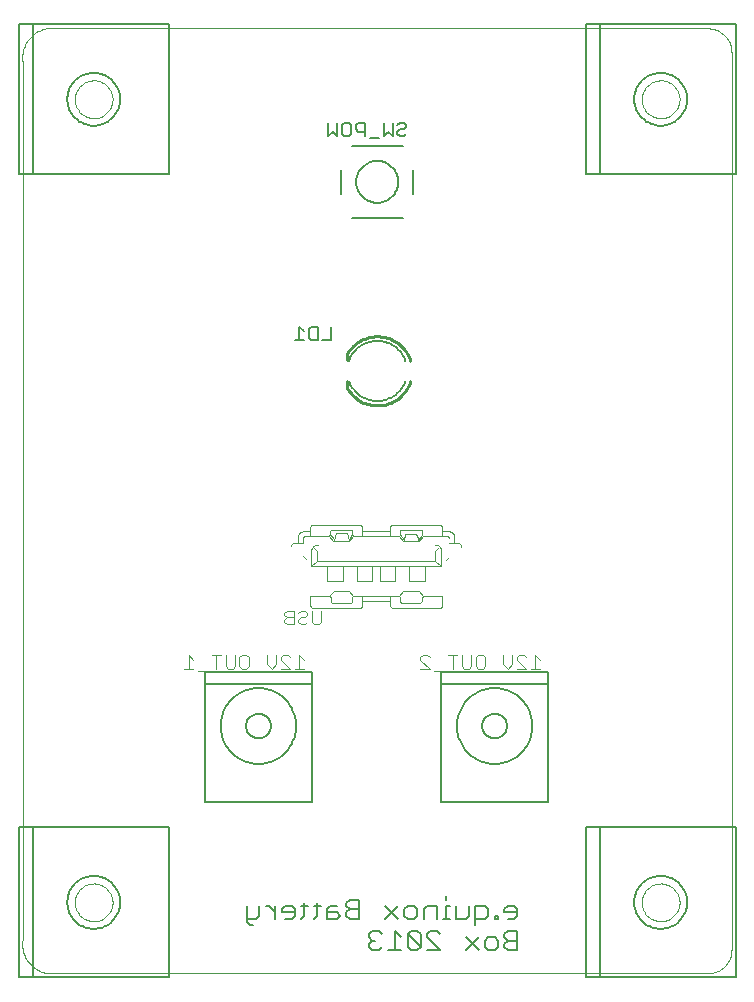
<source format=gbo>
G75*
G70*
%OFA0B0*%
%FSLAX24Y24*%
%IPPOS*%
%LPD*%
%AMOC8*
5,1,8,0,0,1.08239X$1,22.5*
%
%ADD10C,0.0060*%
%ADD11C,0.0000*%
%ADD12C,0.0040*%
%ADD13C,0.0050*%
%ADD14C,0.0100*%
%ADD15C,0.0080*%
D10*
X023176Y008555D02*
X023282Y008448D01*
X023389Y008448D01*
X023176Y008555D02*
X023176Y009089D01*
X023603Y009089D02*
X023603Y008769D01*
X023496Y008662D01*
X023176Y008662D01*
X023819Y009089D02*
X023926Y009089D01*
X024140Y008875D01*
X024140Y008662D02*
X024140Y009089D01*
X024357Y008982D02*
X024464Y009089D01*
X024678Y009089D01*
X024784Y008982D01*
X024784Y008769D01*
X024678Y008662D01*
X024464Y008662D01*
X024357Y008875D02*
X024784Y008875D01*
X025001Y008662D02*
X025107Y008769D01*
X025107Y009196D01*
X025001Y009089D02*
X025214Y009089D01*
X025430Y009089D02*
X025644Y009089D01*
X025537Y009196D02*
X025537Y008769D01*
X025430Y008662D01*
X025861Y008662D02*
X026182Y008662D01*
X026288Y008769D01*
X026182Y008875D01*
X025861Y008875D01*
X025861Y008982D02*
X025861Y008662D01*
X025861Y008982D02*
X025968Y009089D01*
X026182Y009089D01*
X026506Y009089D02*
X026613Y008982D01*
X026933Y008982D01*
X026933Y008662D02*
X026613Y008662D01*
X026506Y008769D01*
X026506Y008875D01*
X026613Y008982D01*
X026506Y009089D02*
X026506Y009196D01*
X026613Y009302D01*
X026933Y009302D01*
X026933Y008662D01*
X027365Y008252D02*
X027258Y008146D01*
X027258Y008039D01*
X027365Y007932D01*
X027258Y007825D01*
X027258Y007719D01*
X027365Y007612D01*
X027578Y007612D01*
X027685Y007719D01*
X027902Y007612D02*
X028329Y007612D01*
X028116Y007612D02*
X028116Y008252D01*
X028329Y008039D01*
X028547Y008146D02*
X028974Y007719D01*
X028867Y007612D01*
X028654Y007612D01*
X028547Y007719D01*
X028547Y008146D01*
X028654Y008252D01*
X028867Y008252D01*
X028974Y008146D01*
X028974Y007719D01*
X029191Y007612D02*
X029618Y007612D01*
X029191Y008039D01*
X029191Y008146D01*
X029298Y008252D01*
X029512Y008252D01*
X029618Y008146D01*
X029511Y008662D02*
X029511Y009089D01*
X029191Y009089D01*
X029084Y008982D01*
X029084Y008662D01*
X028866Y008769D02*
X028760Y008662D01*
X028546Y008662D01*
X028439Y008769D01*
X028439Y008982D01*
X028546Y009089D01*
X028760Y009089D01*
X028866Y008982D01*
X028866Y008769D01*
X028222Y008662D02*
X027795Y009089D01*
X028222Y009089D02*
X027795Y008662D01*
X027578Y008252D02*
X027365Y008252D01*
X027578Y008252D02*
X027685Y008146D01*
X027471Y007932D02*
X027365Y007932D01*
X029727Y008662D02*
X029941Y008662D01*
X029834Y008662D02*
X029834Y009089D01*
X029941Y009089D01*
X030158Y009089D02*
X030158Y008662D01*
X030479Y008662D01*
X030585Y008769D01*
X030585Y009089D01*
X030803Y009089D02*
X031123Y009089D01*
X031230Y008982D01*
X031230Y008769D01*
X031123Y008662D01*
X030803Y008662D01*
X030803Y008448D02*
X030803Y009089D01*
X031445Y008769D02*
X031445Y008662D01*
X031552Y008662D01*
X031552Y008769D01*
X031445Y008769D01*
X031770Y008875D02*
X032197Y008875D01*
X032197Y008769D02*
X032197Y008982D01*
X032090Y009089D01*
X031876Y009089D01*
X031770Y008982D01*
X031770Y008875D01*
X031876Y008662D02*
X032090Y008662D01*
X032197Y008769D01*
X032197Y008252D02*
X031876Y008252D01*
X031770Y008146D01*
X031770Y008039D01*
X031876Y007932D01*
X032197Y007932D01*
X032197Y007612D02*
X031876Y007612D01*
X031770Y007719D01*
X031770Y007825D01*
X031876Y007932D01*
X031552Y007932D02*
X031552Y007719D01*
X031445Y007612D01*
X031232Y007612D01*
X031125Y007719D01*
X031125Y007932D01*
X031232Y008039D01*
X031445Y008039D01*
X031552Y007932D01*
X032197Y007612D02*
X032197Y008252D01*
X030908Y008039D02*
X030481Y007612D01*
X030908Y007612D02*
X030481Y008039D01*
X029834Y009302D02*
X029834Y009409D01*
X024357Y008982D02*
X024357Y008875D01*
X026590Y026584D02*
X026613Y026526D01*
X026640Y026469D01*
X026670Y026414D01*
X026704Y026361D01*
X026741Y026310D01*
X026781Y026262D01*
X026824Y026216D01*
X026869Y026173D01*
X026918Y026133D01*
X026969Y026097D01*
X027022Y026063D01*
X027077Y026033D01*
X027133Y026006D01*
X027192Y025983D01*
X027251Y025964D01*
X027312Y025948D01*
X027374Y025936D01*
X027436Y025928D01*
X027499Y025924D01*
X027561Y025924D01*
X027624Y025928D01*
X027686Y025936D01*
X027748Y025948D01*
X027809Y025964D01*
X027868Y025983D01*
X027927Y026006D01*
X027983Y026033D01*
X028038Y026063D01*
X028091Y026097D01*
X028142Y026133D01*
X028191Y026173D01*
X028236Y026216D01*
X028279Y026262D01*
X028319Y026310D01*
X028356Y026361D01*
X028390Y026414D01*
X028420Y026469D01*
X028447Y026526D01*
X028470Y026584D01*
X028470Y027264D02*
X028447Y027322D01*
X028420Y027379D01*
X028390Y027434D01*
X028356Y027487D01*
X028319Y027538D01*
X028279Y027586D01*
X028236Y027632D01*
X028191Y027675D01*
X028142Y027715D01*
X028091Y027751D01*
X028038Y027785D01*
X027983Y027815D01*
X027927Y027842D01*
X027868Y027865D01*
X027809Y027884D01*
X027748Y027900D01*
X027686Y027912D01*
X027624Y027920D01*
X027561Y027924D01*
X027499Y027924D01*
X027436Y027920D01*
X027374Y027912D01*
X027312Y027900D01*
X027251Y027884D01*
X027192Y027865D01*
X027133Y027842D01*
X027077Y027815D01*
X027022Y027785D01*
X026969Y027751D01*
X026918Y027715D01*
X026869Y027675D01*
X026824Y027632D01*
X026781Y027586D01*
X026741Y027538D01*
X026704Y027487D01*
X026670Y027434D01*
X026640Y027379D01*
X026613Y027322D01*
X026590Y027264D01*
D11*
X017451Y035979D02*
X017453Y036029D01*
X017459Y036079D01*
X017469Y036128D01*
X017483Y036176D01*
X017500Y036223D01*
X017521Y036268D01*
X017546Y036312D01*
X017574Y036353D01*
X017606Y036392D01*
X017640Y036429D01*
X017677Y036463D01*
X017717Y036493D01*
X017759Y036520D01*
X017803Y036544D01*
X017849Y036565D01*
X017896Y036581D01*
X017944Y036594D01*
X017994Y036603D01*
X018043Y036608D01*
X018094Y036609D01*
X018144Y036606D01*
X018193Y036599D01*
X018242Y036588D01*
X018290Y036573D01*
X018336Y036555D01*
X018381Y036533D01*
X018424Y036507D01*
X018465Y036478D01*
X018504Y036446D01*
X018540Y036411D01*
X018572Y036373D01*
X018602Y036333D01*
X018629Y036290D01*
X018652Y036246D01*
X018671Y036200D01*
X018687Y036152D01*
X018699Y036103D01*
X018707Y036054D01*
X018711Y036004D01*
X018711Y035954D01*
X018707Y035904D01*
X018699Y035855D01*
X018687Y035806D01*
X018671Y035758D01*
X018652Y035712D01*
X018629Y035668D01*
X018602Y035625D01*
X018572Y035585D01*
X018540Y035547D01*
X018504Y035512D01*
X018465Y035480D01*
X018424Y035451D01*
X018381Y035425D01*
X018336Y035403D01*
X018290Y035385D01*
X018242Y035370D01*
X018193Y035359D01*
X018144Y035352D01*
X018094Y035349D01*
X018043Y035350D01*
X017994Y035355D01*
X017944Y035364D01*
X017896Y035377D01*
X017849Y035393D01*
X017803Y035414D01*
X017759Y035438D01*
X017717Y035465D01*
X017677Y035495D01*
X017640Y035529D01*
X017606Y035566D01*
X017574Y035605D01*
X017546Y035646D01*
X017521Y035690D01*
X017500Y035735D01*
X017483Y035782D01*
X017469Y035830D01*
X017459Y035879D01*
X017453Y035929D01*
X017451Y035979D01*
X015718Y037160D02*
X015708Y037220D01*
X015702Y037280D01*
X015699Y037341D01*
X015700Y037401D01*
X015704Y037462D01*
X015713Y037522D01*
X015724Y037581D01*
X015740Y037640D01*
X015759Y037698D01*
X015781Y037754D01*
X015807Y037809D01*
X015836Y037862D01*
X015868Y037914D01*
X015903Y037963D01*
X015941Y038011D01*
X015982Y038055D01*
X016025Y038098D01*
X016071Y038137D01*
X016119Y038174D01*
X016170Y038208D01*
X016222Y038238D01*
X016276Y038266D01*
X016332Y038290D01*
X016389Y038311D01*
X016447Y038328D01*
X016506Y038342D01*
X038553Y038342D01*
X038553Y038341D02*
X038607Y038339D01*
X038660Y038334D01*
X038713Y038325D01*
X038765Y038312D01*
X038817Y038296D01*
X038867Y038276D01*
X038915Y038253D01*
X038962Y038226D01*
X039007Y038197D01*
X039050Y038164D01*
X039090Y038129D01*
X039128Y038091D01*
X039163Y038051D01*
X039196Y038008D01*
X039225Y037963D01*
X039252Y037916D01*
X039275Y037868D01*
X039295Y037818D01*
X039311Y037766D01*
X039324Y037714D01*
X039333Y037661D01*
X039338Y037608D01*
X039340Y037554D01*
X039341Y037554D02*
X039341Y007633D01*
X039340Y007633D02*
X039338Y007579D01*
X039333Y007526D01*
X039324Y007473D01*
X039311Y007421D01*
X039295Y007369D01*
X039275Y007319D01*
X039252Y007271D01*
X039225Y007224D01*
X039196Y007179D01*
X039163Y007136D01*
X039128Y007096D01*
X039090Y007058D01*
X039050Y007023D01*
X039007Y006990D01*
X038962Y006961D01*
X038915Y006934D01*
X038867Y006911D01*
X038817Y006891D01*
X038765Y006875D01*
X038713Y006862D01*
X038660Y006853D01*
X038607Y006848D01*
X038553Y006846D01*
X016506Y006846D01*
X016506Y006845D02*
X016447Y006859D01*
X016389Y006876D01*
X016332Y006897D01*
X016276Y006921D01*
X016222Y006949D01*
X016170Y006979D01*
X016119Y007013D01*
X016071Y007050D01*
X016025Y007089D01*
X015982Y007132D01*
X015941Y007176D01*
X015903Y007224D01*
X015868Y007273D01*
X015836Y007325D01*
X015807Y007378D01*
X015781Y007433D01*
X015759Y007489D01*
X015740Y007547D01*
X015724Y007606D01*
X015713Y007665D01*
X015704Y007725D01*
X015700Y007786D01*
X015699Y007846D01*
X015702Y007907D01*
X015708Y007967D01*
X015718Y008027D01*
X015719Y008027D02*
X015719Y037160D01*
X036349Y035979D02*
X036351Y036029D01*
X036357Y036079D01*
X036367Y036128D01*
X036381Y036176D01*
X036398Y036223D01*
X036419Y036268D01*
X036444Y036312D01*
X036472Y036353D01*
X036504Y036392D01*
X036538Y036429D01*
X036575Y036463D01*
X036615Y036493D01*
X036657Y036520D01*
X036701Y036544D01*
X036747Y036565D01*
X036794Y036581D01*
X036842Y036594D01*
X036892Y036603D01*
X036941Y036608D01*
X036992Y036609D01*
X037042Y036606D01*
X037091Y036599D01*
X037140Y036588D01*
X037188Y036573D01*
X037234Y036555D01*
X037279Y036533D01*
X037322Y036507D01*
X037363Y036478D01*
X037402Y036446D01*
X037438Y036411D01*
X037470Y036373D01*
X037500Y036333D01*
X037527Y036290D01*
X037550Y036246D01*
X037569Y036200D01*
X037585Y036152D01*
X037597Y036103D01*
X037605Y036054D01*
X037609Y036004D01*
X037609Y035954D01*
X037605Y035904D01*
X037597Y035855D01*
X037585Y035806D01*
X037569Y035758D01*
X037550Y035712D01*
X037527Y035668D01*
X037500Y035625D01*
X037470Y035585D01*
X037438Y035547D01*
X037402Y035512D01*
X037363Y035480D01*
X037322Y035451D01*
X037279Y035425D01*
X037234Y035403D01*
X037188Y035385D01*
X037140Y035370D01*
X037091Y035359D01*
X037042Y035352D01*
X036992Y035349D01*
X036941Y035350D01*
X036892Y035355D01*
X036842Y035364D01*
X036794Y035377D01*
X036747Y035393D01*
X036701Y035414D01*
X036657Y035438D01*
X036615Y035465D01*
X036575Y035495D01*
X036538Y035529D01*
X036504Y035566D01*
X036472Y035605D01*
X036444Y035646D01*
X036419Y035690D01*
X036398Y035735D01*
X036381Y035782D01*
X036367Y035830D01*
X036357Y035879D01*
X036351Y035929D01*
X036349Y035979D01*
X036349Y009208D02*
X036351Y009258D01*
X036357Y009308D01*
X036367Y009357D01*
X036381Y009405D01*
X036398Y009452D01*
X036419Y009497D01*
X036444Y009541D01*
X036472Y009582D01*
X036504Y009621D01*
X036538Y009658D01*
X036575Y009692D01*
X036615Y009722D01*
X036657Y009749D01*
X036701Y009773D01*
X036747Y009794D01*
X036794Y009810D01*
X036842Y009823D01*
X036892Y009832D01*
X036941Y009837D01*
X036992Y009838D01*
X037042Y009835D01*
X037091Y009828D01*
X037140Y009817D01*
X037188Y009802D01*
X037234Y009784D01*
X037279Y009762D01*
X037322Y009736D01*
X037363Y009707D01*
X037402Y009675D01*
X037438Y009640D01*
X037470Y009602D01*
X037500Y009562D01*
X037527Y009519D01*
X037550Y009475D01*
X037569Y009429D01*
X037585Y009381D01*
X037597Y009332D01*
X037605Y009283D01*
X037609Y009233D01*
X037609Y009183D01*
X037605Y009133D01*
X037597Y009084D01*
X037585Y009035D01*
X037569Y008987D01*
X037550Y008941D01*
X037527Y008897D01*
X037500Y008854D01*
X037470Y008814D01*
X037438Y008776D01*
X037402Y008741D01*
X037363Y008709D01*
X037322Y008680D01*
X037279Y008654D01*
X037234Y008632D01*
X037188Y008614D01*
X037140Y008599D01*
X037091Y008588D01*
X037042Y008581D01*
X036992Y008578D01*
X036941Y008579D01*
X036892Y008584D01*
X036842Y008593D01*
X036794Y008606D01*
X036747Y008622D01*
X036701Y008643D01*
X036657Y008667D01*
X036615Y008694D01*
X036575Y008724D01*
X036538Y008758D01*
X036504Y008795D01*
X036472Y008834D01*
X036444Y008875D01*
X036419Y008919D01*
X036398Y008964D01*
X036381Y009011D01*
X036367Y009059D01*
X036357Y009108D01*
X036351Y009158D01*
X036349Y009208D01*
X017451Y009208D02*
X017453Y009258D01*
X017459Y009308D01*
X017469Y009357D01*
X017483Y009405D01*
X017500Y009452D01*
X017521Y009497D01*
X017546Y009541D01*
X017574Y009582D01*
X017606Y009621D01*
X017640Y009658D01*
X017677Y009692D01*
X017717Y009722D01*
X017759Y009749D01*
X017803Y009773D01*
X017849Y009794D01*
X017896Y009810D01*
X017944Y009823D01*
X017994Y009832D01*
X018043Y009837D01*
X018094Y009838D01*
X018144Y009835D01*
X018193Y009828D01*
X018242Y009817D01*
X018290Y009802D01*
X018336Y009784D01*
X018381Y009762D01*
X018424Y009736D01*
X018465Y009707D01*
X018504Y009675D01*
X018540Y009640D01*
X018572Y009602D01*
X018602Y009562D01*
X018629Y009519D01*
X018652Y009475D01*
X018671Y009429D01*
X018687Y009381D01*
X018699Y009332D01*
X018707Y009283D01*
X018711Y009233D01*
X018711Y009183D01*
X018707Y009133D01*
X018699Y009084D01*
X018687Y009035D01*
X018671Y008987D01*
X018652Y008941D01*
X018629Y008897D01*
X018602Y008854D01*
X018572Y008814D01*
X018540Y008776D01*
X018504Y008741D01*
X018465Y008709D01*
X018424Y008680D01*
X018381Y008654D01*
X018336Y008632D01*
X018290Y008614D01*
X018242Y008599D01*
X018193Y008588D01*
X018144Y008581D01*
X018094Y008578D01*
X018043Y008579D01*
X017994Y008584D01*
X017944Y008593D01*
X017896Y008606D01*
X017849Y008622D01*
X017803Y008643D01*
X017759Y008667D01*
X017717Y008694D01*
X017677Y008724D01*
X017640Y008758D01*
X017606Y008795D01*
X017574Y008834D01*
X017546Y008875D01*
X017521Y008919D01*
X017500Y008964D01*
X017483Y009011D01*
X017469Y009059D01*
X017459Y009108D01*
X017453Y009158D01*
X017451Y009208D01*
D12*
X021096Y016995D02*
X021403Y016995D01*
X021250Y016995D02*
X021250Y017456D01*
X021403Y017302D01*
X021557Y016919D02*
X021864Y016919D01*
X022171Y016995D02*
X022171Y017456D01*
X022324Y017456D02*
X022017Y017456D01*
X022478Y017456D02*
X022478Y017072D01*
X022554Y016995D01*
X022708Y016995D01*
X022785Y017072D01*
X022785Y017456D01*
X022938Y017379D02*
X023015Y017456D01*
X023168Y017456D01*
X023245Y017379D01*
X023245Y017072D01*
X023168Y016995D01*
X023015Y016995D01*
X022938Y017072D01*
X022938Y017379D01*
X023398Y016919D02*
X023705Y016919D01*
X023859Y017149D02*
X023859Y017456D01*
X024166Y017456D02*
X024166Y017149D01*
X024012Y016995D01*
X023859Y017149D01*
X024319Y017302D02*
X024319Y017379D01*
X024396Y017456D01*
X024549Y017456D01*
X024626Y017379D01*
X024319Y017302D02*
X024626Y016995D01*
X024319Y016995D01*
X024780Y016995D02*
X025087Y016995D01*
X024933Y016995D02*
X024933Y017456D01*
X025087Y017302D01*
X025130Y018476D02*
X025206Y018553D01*
X025130Y018476D02*
X024976Y018476D01*
X024899Y018553D01*
X024899Y018629D01*
X024976Y018706D01*
X025130Y018706D01*
X025206Y018783D01*
X025206Y018860D01*
X025130Y018936D01*
X024976Y018936D01*
X024899Y018860D01*
X024746Y018936D02*
X024516Y018936D01*
X024439Y018860D01*
X024439Y018783D01*
X024516Y018706D01*
X024746Y018706D01*
X024746Y018476D02*
X024746Y018936D01*
X024516Y018706D02*
X024439Y018629D01*
X024439Y018553D01*
X024516Y018476D01*
X024746Y018476D01*
X025360Y018553D02*
X025360Y018936D01*
X025374Y019029D02*
X026959Y019029D01*
X026974Y019031D01*
X026988Y019036D01*
X027001Y019044D01*
X027011Y019054D01*
X027019Y019067D01*
X027024Y019081D01*
X027026Y019096D01*
X027027Y019096D02*
X027027Y019417D01*
X027963Y019417D01*
X028258Y019417D01*
X028291Y019383D01*
X028291Y019256D01*
X028292Y019243D01*
X028297Y019230D01*
X028304Y019219D01*
X028313Y019210D01*
X028324Y019203D01*
X028337Y019198D01*
X028350Y019197D01*
X028958Y019197D01*
X028971Y019199D01*
X028984Y019204D01*
X028994Y019212D01*
X029002Y019223D01*
X029007Y019235D01*
X029009Y019248D01*
X029008Y019248D02*
X029008Y019366D01*
X029042Y019408D01*
X029683Y019408D01*
X029683Y019096D01*
X029682Y019096D02*
X029680Y019081D01*
X029675Y019067D01*
X029667Y019054D01*
X029657Y019044D01*
X029644Y019036D01*
X029630Y019031D01*
X029615Y019029D01*
X028039Y019029D01*
X028024Y019030D01*
X028010Y019035D01*
X027997Y019042D01*
X027985Y019051D01*
X027976Y019063D01*
X027969Y019076D01*
X027964Y019090D01*
X027963Y019105D01*
X027963Y019256D01*
X027963Y019417D01*
X027963Y019256D02*
X027035Y019256D01*
X027027Y019417D02*
X026732Y019417D01*
X026698Y019383D01*
X026698Y019256D01*
X026697Y019243D01*
X026692Y019230D01*
X026685Y019219D01*
X026676Y019210D01*
X026665Y019203D01*
X026652Y019198D01*
X026639Y019197D01*
X026032Y019197D01*
X026019Y019199D01*
X026007Y019204D01*
X025996Y019212D01*
X025988Y019223D01*
X025983Y019235D01*
X025981Y019248D01*
X025981Y019366D01*
X025947Y019408D01*
X025306Y019408D01*
X025306Y019417D02*
X025306Y019096D01*
X025307Y019096D02*
X025309Y019081D01*
X025314Y019067D01*
X025322Y019054D01*
X025332Y019044D01*
X025345Y019036D01*
X025359Y019031D01*
X025374Y019029D01*
X025667Y018936D02*
X025667Y018553D01*
X025590Y018476D01*
X025437Y018476D01*
X025360Y018553D01*
X025939Y019417D02*
X026074Y019585D01*
X026588Y019585D01*
X026732Y019417D01*
X026841Y019906D02*
X027355Y019906D01*
X027355Y020395D01*
X027625Y020403D02*
X027625Y019906D01*
X028140Y019906D01*
X028140Y020412D01*
X028603Y020412D02*
X028603Y019906D01*
X029118Y019906D01*
X029118Y020412D01*
X029464Y020572D02*
X029464Y020934D01*
X029598Y021052D01*
X029658Y020926D02*
X029658Y020420D01*
X029649Y020420D01*
X029464Y020572D01*
X025526Y020572D01*
X025517Y020934D01*
X025391Y021044D01*
X025315Y020884D02*
X025315Y020420D01*
X025526Y020572D01*
X025315Y020420D02*
X029649Y020420D01*
X029818Y020622D02*
X029919Y020732D01*
X029936Y021179D02*
X030222Y021179D01*
X030241Y021177D01*
X030260Y021172D01*
X030277Y021164D01*
X030293Y021153D01*
X030306Y021140D01*
X030317Y021124D01*
X030325Y021107D01*
X030330Y021088D01*
X030332Y021069D01*
X030096Y021187D02*
X030096Y021398D01*
X030094Y021423D01*
X030089Y021448D01*
X030080Y021472D01*
X030068Y021494D01*
X030053Y021514D01*
X030035Y021532D01*
X030015Y021547D01*
X029993Y021559D01*
X029969Y021568D01*
X029944Y021573D01*
X029919Y021575D01*
X029683Y021575D01*
X029683Y021719D01*
X029682Y021719D02*
X029680Y021735D01*
X029676Y021751D01*
X029668Y021766D01*
X029657Y021778D01*
X029645Y021789D01*
X029630Y021797D01*
X029614Y021801D01*
X029598Y021803D01*
X028039Y021803D01*
X028024Y021802D01*
X028010Y021797D01*
X027997Y021790D01*
X027985Y021781D01*
X027976Y021769D01*
X027969Y021756D01*
X027964Y021742D01*
X027963Y021727D01*
X027963Y021575D01*
X027035Y021575D01*
X027027Y021702D02*
X027027Y021415D01*
X028258Y021415D01*
X028291Y021449D01*
X028291Y021626D01*
X029008Y021626D01*
X029008Y021466D01*
X028907Y021280D01*
X028915Y021272D02*
X028831Y021499D01*
X028460Y021499D01*
X028410Y021272D01*
X028300Y021474D01*
X028258Y021415D02*
X028393Y021255D01*
X028924Y021255D01*
X029059Y021415D01*
X029683Y021415D01*
X029683Y021575D01*
X029683Y021415D02*
X029860Y021415D01*
X029875Y021413D01*
X029889Y021408D01*
X029902Y021400D01*
X029912Y021390D01*
X029920Y021377D01*
X029925Y021363D01*
X029927Y021348D01*
X029658Y020926D02*
X029656Y020954D01*
X029651Y020981D01*
X029642Y021007D01*
X029630Y021032D01*
X029614Y021054D01*
X029596Y021075D01*
X029575Y021093D01*
X029553Y021109D01*
X029528Y021121D01*
X029502Y021130D01*
X029475Y021135D01*
X029447Y021137D01*
X029059Y021415D02*
X029008Y021466D01*
X027963Y021415D02*
X027963Y021575D01*
X027027Y021415D02*
X026723Y021415D01*
X026681Y021474D01*
X026580Y021297D01*
X026512Y021516D01*
X026150Y021516D01*
X026074Y021272D01*
X026065Y021263D02*
X026588Y021263D01*
X026723Y021415D01*
X026681Y021474D02*
X026681Y021617D01*
X026680Y021624D01*
X026676Y021629D01*
X026671Y021633D01*
X026664Y021634D01*
X026023Y021634D01*
X026010Y021633D01*
X025997Y021628D01*
X025986Y021621D01*
X025977Y021612D01*
X025970Y021601D01*
X025965Y021588D01*
X025964Y021575D01*
X025964Y021474D01*
X025930Y021415D01*
X025930Y021415D01*
X025129Y021415D01*
X025070Y021576D02*
X025044Y021574D01*
X025018Y021568D01*
X024993Y021559D01*
X024969Y021546D01*
X024948Y021531D01*
X024929Y021512D01*
X024914Y021491D01*
X024901Y021467D01*
X024892Y021442D01*
X024886Y021416D01*
X024884Y021390D01*
X024885Y021390D02*
X024885Y021187D01*
X024750Y021179D02*
X025045Y021179D01*
X025045Y021331D01*
X025047Y021347D01*
X025051Y021363D01*
X025059Y021378D01*
X025070Y021390D01*
X025082Y021401D01*
X025097Y021409D01*
X025113Y021413D01*
X025129Y021415D01*
X025070Y021575D02*
X025306Y021575D01*
X025306Y021415D01*
X025306Y021575D02*
X025306Y021735D01*
X025307Y021735D02*
X025309Y021750D01*
X025314Y021764D01*
X025322Y021777D01*
X025332Y021787D01*
X025345Y021795D01*
X025359Y021800D01*
X025374Y021802D01*
X025374Y021803D02*
X026925Y021803D01*
X026943Y021801D01*
X026960Y021797D01*
X026976Y021789D01*
X026990Y021779D01*
X027002Y021767D01*
X027012Y021753D01*
X027020Y021737D01*
X027024Y021720D01*
X027026Y021702D01*
X026074Y021314D02*
X025973Y021491D01*
X025930Y021407D02*
X026065Y021263D01*
X025568Y021137D02*
X025538Y021135D01*
X025507Y021130D01*
X025478Y021121D01*
X025450Y021108D01*
X025424Y021092D01*
X025400Y021073D01*
X025379Y021052D01*
X025360Y021028D01*
X025344Y021002D01*
X025331Y020974D01*
X025322Y020945D01*
X025317Y020914D01*
X025315Y020884D01*
X025163Y020639D02*
X025053Y020740D01*
X024666Y021095D02*
X024668Y021111D01*
X024672Y021127D01*
X024680Y021142D01*
X024691Y021154D01*
X024703Y021165D01*
X024718Y021173D01*
X024734Y021177D01*
X024750Y021179D01*
X025863Y020403D02*
X025863Y019906D01*
X026386Y019906D01*
X026386Y020403D01*
X026833Y020412D02*
X026841Y020412D01*
X026841Y019906D01*
X028258Y019417D02*
X028401Y019585D01*
X028915Y019585D01*
X029050Y019417D01*
X029047Y017456D02*
X029201Y017456D01*
X029277Y017379D01*
X029047Y017456D02*
X028971Y017379D01*
X028971Y017302D01*
X029277Y016995D01*
X028971Y016995D01*
X029431Y016919D02*
X029738Y016919D01*
X030045Y016995D02*
X030045Y017456D01*
X030198Y017456D02*
X029891Y017456D01*
X030352Y017456D02*
X030352Y017072D01*
X030428Y016995D01*
X030582Y016995D01*
X030659Y017072D01*
X030659Y017456D01*
X030812Y017379D02*
X030889Y017456D01*
X031042Y017456D01*
X031119Y017379D01*
X031119Y017072D01*
X031042Y016995D01*
X030889Y016995D01*
X030812Y017072D01*
X030812Y017379D01*
X031272Y016919D02*
X031579Y016919D01*
X031733Y017149D02*
X031733Y017456D01*
X032040Y017456D02*
X032040Y017149D01*
X031886Y016995D01*
X031733Y017149D01*
X032193Y017302D02*
X032193Y017379D01*
X032270Y017456D01*
X032423Y017456D01*
X032500Y017379D01*
X032193Y017302D02*
X032500Y016995D01*
X032193Y016995D01*
X032654Y016995D02*
X032961Y016995D01*
X032807Y016995D02*
X032807Y017456D01*
X032961Y017302D01*
D13*
X015581Y011708D02*
X015581Y006708D01*
X020581Y006708D01*
X020581Y011708D01*
X015581Y011708D01*
X016073Y011688D02*
X016073Y006727D01*
X017201Y009208D02*
X017203Y009267D01*
X017209Y009325D01*
X017219Y009383D01*
X017232Y009440D01*
X017250Y009497D01*
X017271Y009552D01*
X017296Y009605D01*
X017324Y009656D01*
X017355Y009706D01*
X017390Y009753D01*
X017428Y009798D01*
X017469Y009841D01*
X017513Y009880D01*
X017559Y009916D01*
X017607Y009950D01*
X017658Y009980D01*
X017711Y010006D01*
X017765Y010029D01*
X017820Y010048D01*
X017877Y010064D01*
X017935Y010076D01*
X017993Y010084D01*
X018052Y010088D01*
X018110Y010088D01*
X018169Y010084D01*
X018227Y010076D01*
X018285Y010064D01*
X018342Y010048D01*
X018397Y010029D01*
X018451Y010006D01*
X018504Y009980D01*
X018555Y009950D01*
X018603Y009916D01*
X018649Y009880D01*
X018693Y009841D01*
X018734Y009798D01*
X018772Y009753D01*
X018807Y009706D01*
X018838Y009656D01*
X018866Y009605D01*
X018891Y009552D01*
X018912Y009497D01*
X018930Y009440D01*
X018943Y009383D01*
X018953Y009325D01*
X018959Y009267D01*
X018961Y009208D01*
X018959Y009149D01*
X018953Y009091D01*
X018943Y009033D01*
X018930Y008976D01*
X018912Y008919D01*
X018891Y008864D01*
X018866Y008811D01*
X018838Y008760D01*
X018807Y008710D01*
X018772Y008663D01*
X018734Y008618D01*
X018693Y008575D01*
X018649Y008536D01*
X018603Y008500D01*
X018555Y008466D01*
X018504Y008436D01*
X018451Y008410D01*
X018397Y008387D01*
X018342Y008368D01*
X018285Y008352D01*
X018227Y008340D01*
X018169Y008332D01*
X018110Y008328D01*
X018052Y008328D01*
X017993Y008332D01*
X017935Y008340D01*
X017877Y008352D01*
X017820Y008368D01*
X017765Y008387D01*
X017711Y008410D01*
X017658Y008436D01*
X017607Y008466D01*
X017559Y008500D01*
X017513Y008536D01*
X017469Y008575D01*
X017428Y008618D01*
X017390Y008663D01*
X017355Y008710D01*
X017324Y008760D01*
X017296Y008811D01*
X017271Y008864D01*
X017250Y008919D01*
X017232Y008976D01*
X017219Y009033D01*
X017209Y009091D01*
X017203Y009149D01*
X017201Y009208D01*
X021799Y012566D02*
X021799Y016897D01*
X025343Y016897D01*
X025343Y012566D01*
X021799Y012566D01*
X023158Y015086D02*
X023160Y015126D01*
X023166Y015167D01*
X023176Y015206D01*
X023189Y015244D01*
X023207Y015281D01*
X023228Y015315D01*
X023252Y015348D01*
X023279Y015378D01*
X023309Y015405D01*
X023342Y015429D01*
X023376Y015450D01*
X023413Y015468D01*
X023451Y015481D01*
X023490Y015491D01*
X023531Y015497D01*
X023571Y015499D01*
X023611Y015497D01*
X023652Y015491D01*
X023691Y015481D01*
X023729Y015468D01*
X023766Y015450D01*
X023800Y015429D01*
X023833Y015405D01*
X023863Y015378D01*
X023890Y015348D01*
X023914Y015315D01*
X023935Y015281D01*
X023953Y015244D01*
X023966Y015206D01*
X023976Y015167D01*
X023982Y015126D01*
X023984Y015086D01*
X023982Y015046D01*
X023976Y015005D01*
X023966Y014966D01*
X023953Y014928D01*
X023935Y014891D01*
X023914Y014857D01*
X023890Y014824D01*
X023863Y014794D01*
X023833Y014767D01*
X023800Y014743D01*
X023766Y014722D01*
X023729Y014704D01*
X023691Y014691D01*
X023652Y014681D01*
X023611Y014675D01*
X023571Y014673D01*
X023531Y014675D01*
X023490Y014681D01*
X023451Y014691D01*
X023413Y014704D01*
X023376Y014722D01*
X023342Y014743D01*
X023309Y014767D01*
X023279Y014794D01*
X023252Y014824D01*
X023228Y014857D01*
X023207Y014891D01*
X023189Y014928D01*
X023176Y014966D01*
X023166Y015005D01*
X023160Y015046D01*
X023158Y015086D01*
X022311Y015086D02*
X022313Y015157D01*
X022319Y015227D01*
X022329Y015297D01*
X022343Y015366D01*
X022360Y015435D01*
X022382Y015502D01*
X022407Y015568D01*
X022436Y015633D01*
X022468Y015695D01*
X022504Y015756D01*
X022543Y015815D01*
X022586Y015872D01*
X022631Y015926D01*
X022680Y015977D01*
X022731Y016026D01*
X022785Y016071D01*
X022842Y016114D01*
X022901Y016153D01*
X022962Y016189D01*
X023024Y016221D01*
X023089Y016250D01*
X023155Y016275D01*
X023222Y016297D01*
X023291Y016314D01*
X023360Y016328D01*
X023430Y016338D01*
X023500Y016344D01*
X023571Y016346D01*
X023642Y016344D01*
X023712Y016338D01*
X023782Y016328D01*
X023851Y016314D01*
X023920Y016297D01*
X023987Y016275D01*
X024053Y016250D01*
X024118Y016221D01*
X024180Y016189D01*
X024241Y016153D01*
X024300Y016114D01*
X024357Y016071D01*
X024411Y016026D01*
X024462Y015977D01*
X024511Y015926D01*
X024556Y015872D01*
X024599Y015815D01*
X024638Y015756D01*
X024674Y015695D01*
X024706Y015633D01*
X024735Y015568D01*
X024760Y015502D01*
X024782Y015435D01*
X024799Y015366D01*
X024813Y015297D01*
X024823Y015227D01*
X024829Y015157D01*
X024831Y015086D01*
X024829Y015015D01*
X024823Y014945D01*
X024813Y014875D01*
X024799Y014806D01*
X024782Y014737D01*
X024760Y014670D01*
X024735Y014604D01*
X024706Y014539D01*
X024674Y014477D01*
X024638Y014416D01*
X024599Y014357D01*
X024556Y014300D01*
X024511Y014246D01*
X024462Y014195D01*
X024411Y014146D01*
X024357Y014101D01*
X024300Y014058D01*
X024241Y014019D01*
X024180Y013983D01*
X024118Y013951D01*
X024053Y013922D01*
X023987Y013897D01*
X023920Y013875D01*
X023851Y013858D01*
X023782Y013844D01*
X023712Y013834D01*
X023642Y013828D01*
X023571Y013826D01*
X023500Y013828D01*
X023430Y013834D01*
X023360Y013844D01*
X023291Y013858D01*
X023222Y013875D01*
X023155Y013897D01*
X023089Y013922D01*
X023024Y013951D01*
X022962Y013983D01*
X022901Y014019D01*
X022842Y014058D01*
X022785Y014101D01*
X022731Y014146D01*
X022680Y014195D01*
X022631Y014246D01*
X022586Y014300D01*
X022543Y014357D01*
X022504Y014416D01*
X022468Y014477D01*
X022436Y014539D01*
X022407Y014604D01*
X022382Y014670D01*
X022360Y014737D01*
X022343Y014806D01*
X022329Y014875D01*
X022319Y014945D01*
X022313Y015015D01*
X022311Y015086D01*
X021799Y016503D02*
X025343Y016503D01*
X029673Y016503D02*
X033217Y016503D01*
X033217Y016897D02*
X029673Y016897D01*
X029673Y012566D01*
X033217Y012566D01*
X033217Y016897D01*
X031032Y015086D02*
X031034Y015126D01*
X031040Y015167D01*
X031050Y015206D01*
X031063Y015244D01*
X031081Y015281D01*
X031102Y015315D01*
X031126Y015348D01*
X031153Y015378D01*
X031183Y015405D01*
X031216Y015429D01*
X031250Y015450D01*
X031287Y015468D01*
X031325Y015481D01*
X031364Y015491D01*
X031405Y015497D01*
X031445Y015499D01*
X031485Y015497D01*
X031526Y015491D01*
X031565Y015481D01*
X031603Y015468D01*
X031640Y015450D01*
X031674Y015429D01*
X031707Y015405D01*
X031737Y015378D01*
X031764Y015348D01*
X031788Y015315D01*
X031809Y015281D01*
X031827Y015244D01*
X031840Y015206D01*
X031850Y015167D01*
X031856Y015126D01*
X031858Y015086D01*
X031856Y015046D01*
X031850Y015005D01*
X031840Y014966D01*
X031827Y014928D01*
X031809Y014891D01*
X031788Y014857D01*
X031764Y014824D01*
X031737Y014794D01*
X031707Y014767D01*
X031674Y014743D01*
X031640Y014722D01*
X031603Y014704D01*
X031565Y014691D01*
X031526Y014681D01*
X031485Y014675D01*
X031445Y014673D01*
X031405Y014675D01*
X031364Y014681D01*
X031325Y014691D01*
X031287Y014704D01*
X031250Y014722D01*
X031216Y014743D01*
X031183Y014767D01*
X031153Y014794D01*
X031126Y014824D01*
X031102Y014857D01*
X031081Y014891D01*
X031063Y014928D01*
X031050Y014966D01*
X031040Y015005D01*
X031034Y015046D01*
X031032Y015086D01*
X030185Y015086D02*
X030187Y015157D01*
X030193Y015227D01*
X030203Y015297D01*
X030217Y015366D01*
X030234Y015435D01*
X030256Y015502D01*
X030281Y015568D01*
X030310Y015633D01*
X030342Y015695D01*
X030378Y015756D01*
X030417Y015815D01*
X030460Y015872D01*
X030505Y015926D01*
X030554Y015977D01*
X030605Y016026D01*
X030659Y016071D01*
X030716Y016114D01*
X030775Y016153D01*
X030836Y016189D01*
X030898Y016221D01*
X030963Y016250D01*
X031029Y016275D01*
X031096Y016297D01*
X031165Y016314D01*
X031234Y016328D01*
X031304Y016338D01*
X031374Y016344D01*
X031445Y016346D01*
X031516Y016344D01*
X031586Y016338D01*
X031656Y016328D01*
X031725Y016314D01*
X031794Y016297D01*
X031861Y016275D01*
X031927Y016250D01*
X031992Y016221D01*
X032054Y016189D01*
X032115Y016153D01*
X032174Y016114D01*
X032231Y016071D01*
X032285Y016026D01*
X032336Y015977D01*
X032385Y015926D01*
X032430Y015872D01*
X032473Y015815D01*
X032512Y015756D01*
X032548Y015695D01*
X032580Y015633D01*
X032609Y015568D01*
X032634Y015502D01*
X032656Y015435D01*
X032673Y015366D01*
X032687Y015297D01*
X032697Y015227D01*
X032703Y015157D01*
X032705Y015086D01*
X032703Y015015D01*
X032697Y014945D01*
X032687Y014875D01*
X032673Y014806D01*
X032656Y014737D01*
X032634Y014670D01*
X032609Y014604D01*
X032580Y014539D01*
X032548Y014477D01*
X032512Y014416D01*
X032473Y014357D01*
X032430Y014300D01*
X032385Y014246D01*
X032336Y014195D01*
X032285Y014146D01*
X032231Y014101D01*
X032174Y014058D01*
X032115Y014019D01*
X032054Y013983D01*
X031992Y013951D01*
X031927Y013922D01*
X031861Y013897D01*
X031794Y013875D01*
X031725Y013858D01*
X031656Y013844D01*
X031586Y013834D01*
X031516Y013828D01*
X031445Y013826D01*
X031374Y013828D01*
X031304Y013834D01*
X031234Y013844D01*
X031165Y013858D01*
X031096Y013875D01*
X031029Y013897D01*
X030963Y013922D01*
X030898Y013951D01*
X030836Y013983D01*
X030775Y014019D01*
X030716Y014058D01*
X030659Y014101D01*
X030605Y014146D01*
X030554Y014195D01*
X030505Y014246D01*
X030460Y014300D01*
X030417Y014357D01*
X030378Y014416D01*
X030342Y014477D01*
X030310Y014539D01*
X030281Y014604D01*
X030256Y014670D01*
X030234Y014737D01*
X030217Y014806D01*
X030203Y014875D01*
X030193Y014945D01*
X030187Y015015D01*
X030185Y015086D01*
X034479Y011708D02*
X039479Y011708D01*
X039479Y006708D01*
X034479Y006708D01*
X034479Y011708D01*
X034971Y011688D02*
X034971Y006727D01*
X036099Y009208D02*
X036101Y009267D01*
X036107Y009325D01*
X036117Y009383D01*
X036130Y009440D01*
X036148Y009497D01*
X036169Y009552D01*
X036194Y009605D01*
X036222Y009656D01*
X036253Y009706D01*
X036288Y009753D01*
X036326Y009798D01*
X036367Y009841D01*
X036411Y009880D01*
X036457Y009916D01*
X036505Y009950D01*
X036556Y009980D01*
X036609Y010006D01*
X036663Y010029D01*
X036718Y010048D01*
X036775Y010064D01*
X036833Y010076D01*
X036891Y010084D01*
X036950Y010088D01*
X037008Y010088D01*
X037067Y010084D01*
X037125Y010076D01*
X037183Y010064D01*
X037240Y010048D01*
X037295Y010029D01*
X037349Y010006D01*
X037402Y009980D01*
X037453Y009950D01*
X037501Y009916D01*
X037547Y009880D01*
X037591Y009841D01*
X037632Y009798D01*
X037670Y009753D01*
X037705Y009706D01*
X037736Y009656D01*
X037764Y009605D01*
X037789Y009552D01*
X037810Y009497D01*
X037828Y009440D01*
X037841Y009383D01*
X037851Y009325D01*
X037857Y009267D01*
X037859Y009208D01*
X037857Y009149D01*
X037851Y009091D01*
X037841Y009033D01*
X037828Y008976D01*
X037810Y008919D01*
X037789Y008864D01*
X037764Y008811D01*
X037736Y008760D01*
X037705Y008710D01*
X037670Y008663D01*
X037632Y008618D01*
X037591Y008575D01*
X037547Y008536D01*
X037501Y008500D01*
X037453Y008466D01*
X037402Y008436D01*
X037349Y008410D01*
X037295Y008387D01*
X037240Y008368D01*
X037183Y008352D01*
X037125Y008340D01*
X037067Y008332D01*
X037008Y008328D01*
X036950Y008328D01*
X036891Y008332D01*
X036833Y008340D01*
X036775Y008352D01*
X036718Y008368D01*
X036663Y008387D01*
X036609Y008410D01*
X036556Y008436D01*
X036505Y008466D01*
X036457Y008500D01*
X036411Y008536D01*
X036367Y008575D01*
X036326Y008618D01*
X036288Y008663D01*
X036253Y008710D01*
X036222Y008760D01*
X036194Y008811D01*
X036169Y008864D01*
X036148Y008919D01*
X036130Y008976D01*
X036117Y009033D01*
X036107Y009091D01*
X036101Y009149D01*
X036099Y009208D01*
X026005Y027949D02*
X025705Y027949D01*
X025544Y027949D02*
X025319Y027949D01*
X025244Y028024D01*
X025244Y028325D01*
X025319Y028400D01*
X025544Y028400D01*
X025544Y027949D01*
X025084Y027949D02*
X024784Y027949D01*
X024934Y027949D02*
X024934Y028400D01*
X025084Y028250D01*
X026005Y028400D02*
X026005Y027949D01*
X020581Y033479D02*
X015581Y033479D01*
X015581Y038479D01*
X020581Y038479D01*
X020581Y033479D01*
X017201Y035979D02*
X017203Y036038D01*
X017209Y036096D01*
X017219Y036154D01*
X017232Y036211D01*
X017250Y036268D01*
X017271Y036323D01*
X017296Y036376D01*
X017324Y036427D01*
X017355Y036477D01*
X017390Y036524D01*
X017428Y036569D01*
X017469Y036612D01*
X017513Y036651D01*
X017559Y036687D01*
X017607Y036721D01*
X017658Y036751D01*
X017711Y036777D01*
X017765Y036800D01*
X017820Y036819D01*
X017877Y036835D01*
X017935Y036847D01*
X017993Y036855D01*
X018052Y036859D01*
X018110Y036859D01*
X018169Y036855D01*
X018227Y036847D01*
X018285Y036835D01*
X018342Y036819D01*
X018397Y036800D01*
X018451Y036777D01*
X018504Y036751D01*
X018555Y036721D01*
X018603Y036687D01*
X018649Y036651D01*
X018693Y036612D01*
X018734Y036569D01*
X018772Y036524D01*
X018807Y036477D01*
X018838Y036427D01*
X018866Y036376D01*
X018891Y036323D01*
X018912Y036268D01*
X018930Y036211D01*
X018943Y036154D01*
X018953Y036096D01*
X018959Y036038D01*
X018961Y035979D01*
X018959Y035920D01*
X018953Y035862D01*
X018943Y035804D01*
X018930Y035747D01*
X018912Y035690D01*
X018891Y035635D01*
X018866Y035582D01*
X018838Y035531D01*
X018807Y035481D01*
X018772Y035434D01*
X018734Y035389D01*
X018693Y035346D01*
X018649Y035307D01*
X018603Y035271D01*
X018555Y035237D01*
X018504Y035207D01*
X018451Y035181D01*
X018397Y035158D01*
X018342Y035139D01*
X018285Y035123D01*
X018227Y035111D01*
X018169Y035103D01*
X018110Y035099D01*
X018052Y035099D01*
X017993Y035103D01*
X017935Y035111D01*
X017877Y035123D01*
X017820Y035139D01*
X017765Y035158D01*
X017711Y035181D01*
X017658Y035207D01*
X017607Y035237D01*
X017559Y035271D01*
X017513Y035307D01*
X017469Y035346D01*
X017428Y035389D01*
X017390Y035434D01*
X017355Y035481D01*
X017324Y035531D01*
X017296Y035582D01*
X017271Y035635D01*
X017250Y035690D01*
X017232Y035747D01*
X017219Y035804D01*
X017209Y035862D01*
X017203Y035920D01*
X017201Y035979D01*
X016073Y033499D02*
X016073Y038460D01*
X025903Y035199D02*
X025903Y034748D01*
X026053Y034899D01*
X026203Y034748D01*
X026203Y035199D01*
X026363Y035124D02*
X026363Y034824D01*
X026438Y034748D01*
X026588Y034748D01*
X026663Y034824D01*
X026663Y035124D01*
X026588Y035199D01*
X026438Y035199D01*
X026363Y035124D01*
X026823Y035124D02*
X026823Y034974D01*
X026898Y034899D01*
X027124Y034899D01*
X027124Y034748D02*
X027124Y035199D01*
X026898Y035199D01*
X026823Y035124D01*
X027284Y034673D02*
X027584Y034673D01*
X027744Y034748D02*
X027744Y035199D01*
X028044Y035199D02*
X028044Y034748D01*
X027894Y034899D01*
X027744Y034748D01*
X028205Y034824D02*
X028205Y034899D01*
X028280Y034974D01*
X028430Y034974D01*
X028505Y035049D01*
X028505Y035124D01*
X028430Y035199D01*
X028280Y035199D01*
X028205Y035124D01*
X028205Y034824D02*
X028280Y034748D01*
X028430Y034748D01*
X028505Y034824D01*
X034479Y033479D02*
X034479Y038479D01*
X039479Y038479D01*
X039479Y033479D01*
X034479Y033479D01*
X034971Y033499D02*
X034971Y038460D01*
X036099Y035979D02*
X036101Y036038D01*
X036107Y036096D01*
X036117Y036154D01*
X036130Y036211D01*
X036148Y036268D01*
X036169Y036323D01*
X036194Y036376D01*
X036222Y036427D01*
X036253Y036477D01*
X036288Y036524D01*
X036326Y036569D01*
X036367Y036612D01*
X036411Y036651D01*
X036457Y036687D01*
X036505Y036721D01*
X036556Y036751D01*
X036609Y036777D01*
X036663Y036800D01*
X036718Y036819D01*
X036775Y036835D01*
X036833Y036847D01*
X036891Y036855D01*
X036950Y036859D01*
X037008Y036859D01*
X037067Y036855D01*
X037125Y036847D01*
X037183Y036835D01*
X037240Y036819D01*
X037295Y036800D01*
X037349Y036777D01*
X037402Y036751D01*
X037453Y036721D01*
X037501Y036687D01*
X037547Y036651D01*
X037591Y036612D01*
X037632Y036569D01*
X037670Y036524D01*
X037705Y036477D01*
X037736Y036427D01*
X037764Y036376D01*
X037789Y036323D01*
X037810Y036268D01*
X037828Y036211D01*
X037841Y036154D01*
X037851Y036096D01*
X037857Y036038D01*
X037859Y035979D01*
X037857Y035920D01*
X037851Y035862D01*
X037841Y035804D01*
X037828Y035747D01*
X037810Y035690D01*
X037789Y035635D01*
X037764Y035582D01*
X037736Y035531D01*
X037705Y035481D01*
X037670Y035434D01*
X037632Y035389D01*
X037591Y035346D01*
X037547Y035307D01*
X037501Y035271D01*
X037453Y035237D01*
X037402Y035207D01*
X037349Y035181D01*
X037295Y035158D01*
X037240Y035139D01*
X037183Y035123D01*
X037125Y035111D01*
X037067Y035103D01*
X037008Y035099D01*
X036950Y035099D01*
X036891Y035103D01*
X036833Y035111D01*
X036775Y035123D01*
X036718Y035139D01*
X036663Y035158D01*
X036609Y035181D01*
X036556Y035207D01*
X036505Y035237D01*
X036457Y035271D01*
X036411Y035307D01*
X036367Y035346D01*
X036326Y035389D01*
X036288Y035434D01*
X036253Y035481D01*
X036222Y035531D01*
X036194Y035582D01*
X036169Y035635D01*
X036148Y035690D01*
X036130Y035747D01*
X036117Y035804D01*
X036107Y035862D01*
X036101Y035920D01*
X036099Y035979D01*
D14*
X028630Y027264D02*
X028608Y027327D01*
X028583Y027389D01*
X028554Y027449D01*
X028522Y027508D01*
X028486Y027565D01*
X028447Y027619D01*
X028406Y027671D01*
X028361Y027721D01*
X028313Y027768D01*
X028263Y027812D01*
X028210Y027853D01*
X028155Y027891D01*
X028098Y027925D01*
X028039Y027957D01*
X027978Y027984D01*
X027916Y028009D01*
X027852Y028029D01*
X027787Y028046D01*
X027722Y028059D01*
X027655Y028068D01*
X027589Y028074D01*
X027522Y028075D01*
X027455Y028073D01*
X027388Y028066D01*
X027322Y028056D01*
X027257Y028042D01*
X027193Y028024D01*
X027129Y028003D01*
X027067Y027978D01*
X027007Y027949D01*
X026948Y027917D01*
X026892Y027882D01*
X026837Y027843D01*
X026785Y027801D01*
X026735Y027756D01*
X026688Y027709D01*
X026644Y027659D01*
X026603Y027606D01*
X026565Y027551D01*
X026530Y027494D01*
X026530Y027274D01*
X026530Y026574D02*
X026530Y026354D01*
X026565Y026297D01*
X026603Y026242D01*
X026644Y026189D01*
X026688Y026139D01*
X026735Y026091D01*
X026785Y026047D01*
X026837Y026005D01*
X026892Y025966D01*
X026948Y025931D01*
X027007Y025899D01*
X027067Y025870D01*
X027129Y025845D01*
X027193Y025824D01*
X027257Y025806D01*
X027322Y025792D01*
X027389Y025782D01*
X027455Y025775D01*
X027522Y025773D01*
X027589Y025774D01*
X027655Y025780D01*
X027722Y025789D01*
X027787Y025802D01*
X027852Y025819D01*
X027915Y025839D01*
X027978Y025864D01*
X028039Y025891D01*
X028098Y025923D01*
X028155Y025957D01*
X028210Y025995D01*
X028263Y026036D01*
X028313Y026080D01*
X028361Y026127D01*
X028406Y026177D01*
X028447Y026229D01*
X028486Y026283D01*
X028522Y026340D01*
X028554Y026399D01*
X028583Y026459D01*
X028608Y026521D01*
X028630Y026584D01*
D15*
X028380Y032023D02*
X026680Y032023D01*
X026330Y032823D02*
X026330Y033616D01*
X026680Y034423D02*
X028380Y034423D01*
X028730Y033628D02*
X028730Y032823D01*
X026830Y033223D02*
X026832Y033275D01*
X026838Y033327D01*
X026848Y033379D01*
X026861Y033429D01*
X026878Y033479D01*
X026899Y033527D01*
X026924Y033573D01*
X026952Y033617D01*
X026983Y033659D01*
X027017Y033699D01*
X027054Y033736D01*
X027094Y033770D01*
X027136Y033801D01*
X027180Y033829D01*
X027226Y033854D01*
X027274Y033875D01*
X027324Y033892D01*
X027374Y033905D01*
X027426Y033915D01*
X027478Y033921D01*
X027530Y033923D01*
X027582Y033921D01*
X027634Y033915D01*
X027686Y033905D01*
X027736Y033892D01*
X027786Y033875D01*
X027834Y033854D01*
X027880Y033829D01*
X027924Y033801D01*
X027966Y033770D01*
X028006Y033736D01*
X028043Y033699D01*
X028077Y033659D01*
X028108Y033617D01*
X028136Y033573D01*
X028161Y033527D01*
X028182Y033479D01*
X028199Y033429D01*
X028212Y033379D01*
X028222Y033327D01*
X028228Y033275D01*
X028230Y033223D01*
X028228Y033171D01*
X028222Y033119D01*
X028212Y033067D01*
X028199Y033017D01*
X028182Y032967D01*
X028161Y032919D01*
X028136Y032873D01*
X028108Y032829D01*
X028077Y032787D01*
X028043Y032747D01*
X028006Y032710D01*
X027966Y032676D01*
X027924Y032645D01*
X027880Y032617D01*
X027834Y032592D01*
X027786Y032571D01*
X027736Y032554D01*
X027686Y032541D01*
X027634Y032531D01*
X027582Y032525D01*
X027530Y032523D01*
X027478Y032525D01*
X027426Y032531D01*
X027374Y032541D01*
X027324Y032554D01*
X027274Y032571D01*
X027226Y032592D01*
X027180Y032617D01*
X027136Y032645D01*
X027094Y032676D01*
X027054Y032710D01*
X027017Y032747D01*
X026983Y032787D01*
X026952Y032829D01*
X026924Y032873D01*
X026899Y032919D01*
X026878Y032967D01*
X026861Y033017D01*
X026848Y033067D01*
X026838Y033119D01*
X026832Y033171D01*
X026830Y033223D01*
M02*

</source>
